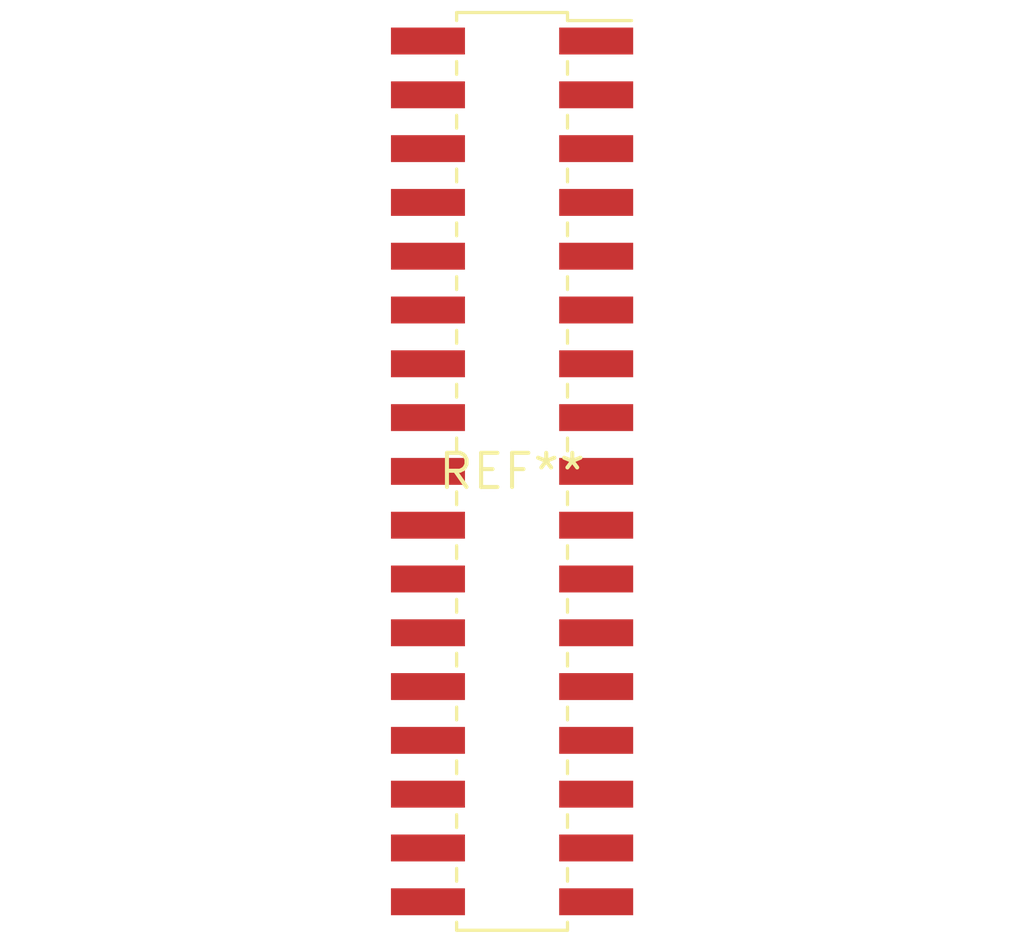
<source format=kicad_pcb>
(kicad_pcb (version 20240108) (generator pcbnew)
  (layers (0 "F.Cu" signal) (31 "B.Cu" signal) (34 "B.Paste" user) (35 "F.Paste" user) (36 "B.SilkS" user "B.Silkscreen") (37 "F.SilkS" user "F.Silkscreen") (38 "B.Mask" user) (39 "F.Mask" user) (44 "Edge.Cuts" user))
  (net 0 "")
  (footprint "PinSocket_2x17_P2.00mm_Vertical_SMD" (layer "F.Cu") (at 0 0)
    (property "Reference" "REF**")
    (property "Value" "PinSocket_2x17_P2.00mm_Vertical_SMD")
    (fp_line (start -2.06 -17.06) (end -2.06 -16.76) (layer "F.SilkS") (stroke (width 0.12)))
    (fp_line (start -2.06 -17.06) (end 2.06 -17.06) (layer "F.SilkS") (stroke (width 0.12)))
    (fp_line (start -2.06 -15.24) (end -2.06 -14.76) (layer "F.SilkS") (stroke (width 0.12)))
    (fp_line (start -2.06 -13.24) (end -2.06 -12.76) (layer "F.SilkS") (stroke (width 0.12)))
    (fp_line (start -2.06 -11.24) (end -2.06 -10.76) (layer "F.SilkS") (stroke (width 0.12)))
    (fp_line (start -2.06 -9.24) (end -2.06 -8.76) (layer "F.SilkS") (stroke (width 0.12)))
    (fp_line (start -2.06 -7.24) (end -2.06 -6.76) (layer "F.SilkS") (stroke (width 0.12)))
    (fp_line (start -2.06 -5.24) (end -2.06 -4.76) (layer "F.SilkS") (stroke (width 0.12)))
    (fp_line (start -2.06 -3.24) (end -2.06 -2.76) (layer "F.SilkS") (stroke (width 0.12)))
    (fp_line (start -2.06 -1.24) (end -2.06 -0.76) (layer "F.SilkS") (stroke (width 0.12)))
    (fp_line (start -2.06 0.76) (end -2.06 1.24) (layer "F.SilkS") (stroke (width 0.12)))
    (fp_line (start -2.06 2.76) (end -2.06 3.24) (layer "F.SilkS") (stroke (width 0.12)))
    (fp_line (start -2.06 4.76) (end -2.06 5.24) (layer "F.SilkS") (stroke (width 0.12)))
    (fp_line (start -2.06 6.76) (end -2.06 7.24) (layer "F.SilkS") (stroke (width 0.12)))
    (fp_line (start -2.06 8.76) (end -2.06 9.24) (layer "F.SilkS") (stroke (width 0.12)))
    (fp_line (start -2.06 10.76) (end -2.06 11.24) (layer "F.SilkS") (stroke (width 0.12)))
    (fp_line (start -2.06 12.76) (end -2.06 13.24) (layer "F.SilkS") (stroke (width 0.12)))
    (fp_line (start -2.06 14.76) (end -2.06 15.24) (layer "F.SilkS") (stroke (width 0.12)))
    (fp_line (start -2.06 16.76) (end -2.06 17.06) (layer "F.SilkS") (stroke (width 0.12)))
    (fp_line (start -2.06 17.06) (end 2.06 17.06) (layer "F.SilkS") (stroke (width 0.12)))
    (fp_line (start 2.06 -17.06) (end 2.06 -16.76) (layer "F.SilkS") (stroke (width 0.12)))
    (fp_line (start 2.06 -16.76) (end 4.44 -16.76) (layer "F.SilkS") (stroke (width 0.12)))
    (fp_line (start 2.06 -15.24) (end 2.06 -14.76) (layer "F.SilkS") (stroke (width 0.12)))
    (fp_line (start 2.06 -13.24) (end 2.06 -12.76) (layer "F.SilkS") (stroke (width 0.12)))
    (fp_line (start 2.06 -11.24) (end 2.06 -10.76) (layer "F.SilkS") (stroke (width 0.12)))
    (fp_line (start 2.06 -9.24) (end 2.06 -8.76) (layer "F.SilkS") (stroke (width 0.12)))
    (fp_line (start 2.06 -7.24) (end 2.06 -6.76) (layer "F.SilkS") (stroke (width 0.12)))
    (fp_line (start 2.06 -5.24) (end 2.06 -4.76) (layer "F.SilkS") (stroke (width 0.12)))
    (fp_line (start 2.06 -3.24) (end 2.06 -2.76) (layer "F.SilkS") (stroke (width 0.12)))
    (fp_line (start 2.06 -1.24) (end 2.06 -0.76) (layer "F.SilkS") (stroke (width 0.12)))
    (fp_line (start 2.06 0.76) (end 2.06 1.24) (layer "F.SilkS") (stroke (width 0.12)))
    (fp_line (start 2.06 2.76) (end 2.06 3.24) (layer "F.SilkS") (stroke (width 0.12)))
    (fp_line (start 2.06 4.76) (end 2.06 5.24) (layer "F.SilkS") (stroke (width 0.12)))
    (fp_line (start 2.06 6.76) (end 2.06 7.24) (layer "F.SilkS") (stroke (width 0.12)))
    (fp_line (start 2.06 8.76) (end 2.06 9.24) (layer "F.SilkS") (stroke (width 0.12)))
    (fp_line (start 2.06 10.76) (end 2.06 11.24) (layer "F.SilkS") (stroke (width 0.12)))
    (fp_line (start 2.06 12.76) (end 2.06 13.24) (layer "F.SilkS") (stroke (width 0.12)))
    (fp_line (start 2.06 14.76) (end 2.06 15.24) (layer "F.SilkS") (stroke (width 0.12)))
    (fp_line (start 2.06 16.76) (end 2.06 17.06) (layer "F.SilkS") (stroke (width 0.12)))
    (pad "1" smd rect (at 3.125 -16) (size 2.75 1) (layers "F.Cu" "F.Paste" "F.Mask"))
    (pad "2" smd rect (at -3.125 -16) (size 2.75 1) (layers "F.Cu" "F.Paste" "F.Mask"))
    (pad "3" smd rect (at 3.125 -14) (size 2.75 1) (layers "F.Cu" "F.Paste" "F.Mask"))
    (pad "4" smd rect (at -3.125 -14) (size 2.75 1) (layers "F.Cu" "F.Paste" "F.Mask"))
    (pad "5" smd rect (at 3.125 -12) (size 2.75 1) (layers "F.Cu" "F.Paste" "F.Mask"))
    (pad "6" smd rect (at -3.125 -12) (size 2.75 1) (layers "F.Cu" "F.Paste" "F.Mask"))
    (pad "7" smd rect (at 3.125 -10) (size 2.75 1) (layers "F.Cu" "F.Paste" "F.Mask"))
    (pad "8" smd rect (at -3.125 -10) (size 2.75 1) (layers "F.Cu" "F.Paste" "F.Mask"))
    (pad "9" smd rect (at 3.125 -8) (size 2.75 1) (layers "F.Cu" "F.Paste" "F.Mask"))
    (pad "10" smd rect (at -3.125 -8) (size 2.75 1) (layers "F.Cu" "F.Paste" "F.Mask"))
    (pad "11" smd rect (at 3.125 -6) (size 2.75 1) (layers "F.Cu" "F.Paste" "F.Mask"))
    (pad "12" smd rect (at -3.125 -6) (size 2.75 1) (layers "F.Cu" "F.Paste" "F.Mask"))
    (pad "13" smd rect (at 3.125 -4) (size 2.75 1) (layers "F.Cu" "F.Paste" "F.Mask"))
    (pad "14" smd rect (at -3.125 -4) (size 2.75 1) (layers "F.Cu" "F.Paste" "F.Mask"))
    (pad "15" smd rect (at 3.125 -2) (size 2.75 1) (layers "F.Cu" "F.Paste" "F.Mask"))
    (pad "16" smd rect (at -3.125 -2) (size 2.75 1) (layers "F.Cu" "F.Paste" "F.Mask"))
    (pad "17" smd rect (at 3.125 0) (size 2.75 1) (layers "F.Cu" "F.Paste" "F.Mask"))
    (pad "18" smd rect (at -3.125 0) (size 2.75 1) (layers "F.Cu" "F.Paste" "F.Mask"))
    (pad "19" smd rect (at 3.125 2) (size 2.75 1) (layers "F.Cu" "F.Paste" "F.Mask"))
    (pad "20" smd rect (at -3.125 2) (size 2.75 1) (layers "F.Cu" "F.Paste" "F.Mask"))
    (pad "21" smd rect (at 3.125 4) (size 2.75 1) (layers "F.Cu" "F.Paste" "F.Mask"))
    (pad "22" smd rect (at -3.125 4) (size 2.75 1) (layers "F.Cu" "F.Paste" "F.Mask"))
    (pad "23" smd rect (at 3.125 6) (size 2.75 1) (layers "F.Cu" "F.Paste" "F.Mask"))
    (pad "24" smd rect (at -3.125 6) (size 2.75 1) (layers "F.Cu" "F.Paste" "F.Mask"))
    (pad "25" smd rect (at 3.125 8) (size 2.75 1) (layers "F.Cu" "F.Paste" "F.Mask"))
    (pad "26" smd rect (at -3.125 8) (size 2.75 1) (layers "F.Cu" "F.Paste" "F.Mask"))
    (pad "27" smd rect (at 3.125 10) (size 2.75 1) (layers "F.Cu" "F.Paste" "F.Mask"))
    (pad "28" smd rect (at -3.125 10) (size 2.75 1) (layers "F.Cu" "F.Paste" "F.Mask"))
    (pad "29" smd rect (at 3.125 12) (size 2.75 1) (layers "F.Cu" "F.Paste" "F.Mask"))
    (pad "30" smd rect (at -3.125 12) (size 2.75 1) (layers "F.Cu" "F.Paste" "F.Mask"))
    (pad "31" smd rect (at 3.125 14) (size 2.75 1) (layers "F.Cu" "F.Paste" "F.Mask"))
    (pad "32" smd rect (at -3.125 14) (size 2.75 1) (layers "F.Cu" "F.Paste" "F.Mask"))
    (pad "33" smd rect (at 3.125 16) (size 2.75 1) (layers "F.Cu" "F.Paste" "F.Mask"))
    (pad "34" smd rect (at -3.125 16) (size 2.75 1) (layers "F.Cu" "F.Paste" "F.Mask"))
  )
)
</source>
